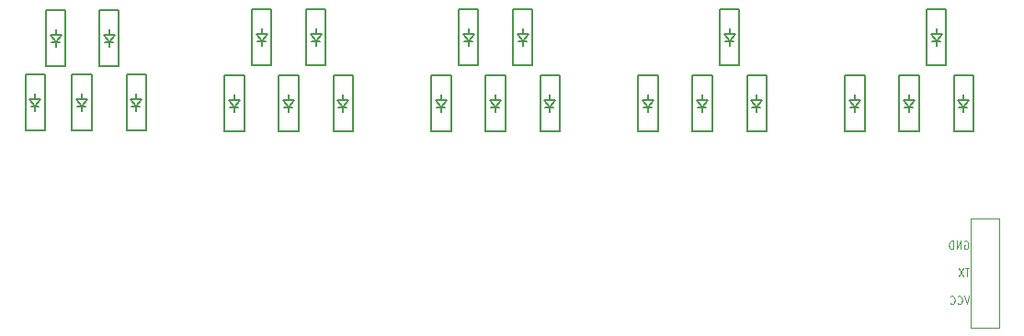
<source format=gbo>
G04 #@! TF.GenerationSoftware,KiCad,Pcbnew,(5.1.2)-2*
G04 #@! TF.CreationDate,2020-05-17T13:13:39+09:00*
G04 #@! TF.ProjectId,_5x4+3______Ver1.03,e6357834-2b33-4adf-9cdc-fcc95f566572,rev?*
G04 #@! TF.SameCoordinates,Original*
G04 #@! TF.FileFunction,Legend,Bot*
G04 #@! TF.FilePolarity,Positive*
%FSLAX46Y46*%
G04 Gerber Fmt 4.6, Leading zero omitted, Abs format (unit mm)*
G04 Created by KiCad (PCBNEW (5.1.2)-2) date 2020-05-17 13:13:39*
%MOMM*%
%LPD*%
G04 APERTURE LIST*
%ADD10C,0.125000*%
%ADD11C,0.200000*%
%ADD12C,0.120000*%
%ADD13C,0.150000*%
%ADD14C,1.900000*%
%ADD15C,2.700000*%
%ADD16C,2.100000*%
%ADD17C,4.200000*%
%ADD18O,1.639000X2.000000*%
%ADD19O,2.500000X1.700000*%
%ADD20C,1.400000*%
%ADD21O,2.000000X1.639000*%
%ADD22R,1.400000X1.400000*%
%ADD23C,1.800000*%
%ADD24C,2.400000*%
%ADD25C,4.300000*%
%ADD26R,1.800000X1.800000*%
%ADD27C,2.000000*%
G04 APERTURE END LIST*
D10*
X91214940Y36070714D02*
X90991607Y35320714D01*
X90768273Y36070714D01*
X90162083Y35392142D02*
X90193988Y35356428D01*
X90289702Y35320714D01*
X90353511Y35320714D01*
X90449226Y35356428D01*
X90513035Y35427857D01*
X90544940Y35499285D01*
X90576845Y35642142D01*
X90576845Y35749285D01*
X90544940Y35892142D01*
X90513035Y35963571D01*
X90449226Y36035000D01*
X90353511Y36070714D01*
X90289702Y36070714D01*
X90193988Y36035000D01*
X90162083Y35999285D01*
X89492083Y35392142D02*
X89523988Y35356428D01*
X89619702Y35320714D01*
X89683511Y35320714D01*
X89779226Y35356428D01*
X89843035Y35427857D01*
X89874940Y35499285D01*
X89906845Y35642142D01*
X89906845Y35749285D01*
X89874940Y35892142D01*
X89843035Y35963571D01*
X89779226Y36035000D01*
X89683511Y36070714D01*
X89619702Y36070714D01*
X89523988Y36035000D01*
X89492083Y35999285D01*
X91214940Y38610714D02*
X90832083Y38610714D01*
X91023511Y37860714D02*
X91023511Y38610714D01*
X90672559Y38610714D02*
X90225892Y37860714D01*
X90225892Y38610714D02*
X90672559Y37860714D01*
X90768273Y41115000D02*
X90832083Y41150714D01*
X90927797Y41150714D01*
X91023511Y41115000D01*
X91087321Y41043571D01*
X91119226Y40972142D01*
X91151130Y40829285D01*
X91151130Y40722142D01*
X91119226Y40579285D01*
X91087321Y40507857D01*
X91023511Y40436428D01*
X90927797Y40400714D01*
X90863988Y40400714D01*
X90768273Y40436428D01*
X90736369Y40472142D01*
X90736369Y40722142D01*
X90863988Y40722142D01*
X90449226Y40400714D02*
X90449226Y41150714D01*
X90066369Y40400714D01*
X90066369Y41150714D01*
X89747321Y40400714D02*
X89747321Y41150714D01*
X89587797Y41150714D01*
X89492083Y41115000D01*
X89428273Y41043571D01*
X89396369Y40972142D01*
X89364464Y40829285D01*
X89364464Y40722142D01*
X89396369Y40579285D01*
X89428273Y40507857D01*
X89492083Y40436428D01*
X89587797Y40400714D01*
X89747321Y40400714D01*
D11*
X15402500Y56550000D02*
X15402500Y51350000D01*
X15402500Y51350000D02*
X13602500Y51350000D01*
X13602500Y56550000D02*
X13602500Y51350000D01*
X15402500Y56550000D02*
X13602500Y56550000D01*
X14502500Y53550000D02*
X15002500Y54250000D01*
X15002500Y54250000D02*
X14002500Y54250000D01*
X14002500Y54250000D02*
X14502500Y53550000D01*
X14852500Y53550000D02*
X14102500Y53550000D01*
X14502500Y53650000D02*
X14502500Y53150000D01*
X14502500Y54250000D02*
X14502500Y54750000D01*
X12902500Y62450000D02*
X12902500Y57250000D01*
X12902500Y57250000D02*
X11102500Y57250000D01*
X11102500Y62450000D02*
X11102500Y57250000D01*
X12902500Y62450000D02*
X11102500Y62450000D01*
X12002500Y59450000D02*
X12502500Y60150000D01*
X12502500Y60150000D02*
X11502500Y60150000D01*
X11502500Y60150000D02*
X12002500Y59450000D01*
X12352500Y59450000D02*
X11602500Y59450000D01*
X12002500Y59550000D02*
X12002500Y59050000D01*
X12002500Y60150000D02*
X12002500Y60650000D01*
X8002500Y62450000D02*
X8002500Y57250000D01*
X8002500Y57250000D02*
X6202500Y57250000D01*
X6202500Y62450000D02*
X6202500Y57250000D01*
X8002500Y62450000D02*
X6202500Y62450000D01*
X7102500Y59450000D02*
X7602500Y60150000D01*
X7602500Y60150000D02*
X6602500Y60150000D01*
X6602500Y60150000D02*
X7102500Y59450000D01*
X7452500Y59450000D02*
X6702500Y59450000D01*
X7102500Y59550000D02*
X7102500Y59050000D01*
X7102500Y60150000D02*
X7102500Y60650000D01*
X10402500Y56550000D02*
X10402500Y51350000D01*
X10402500Y51350000D02*
X8602500Y51350000D01*
X8602500Y56550000D02*
X8602500Y51350000D01*
X10402500Y56550000D02*
X8602500Y56550000D01*
X9502500Y53550000D02*
X10002500Y54250000D01*
X10002500Y54250000D02*
X9002500Y54250000D01*
X9002500Y54250000D02*
X9502500Y53550000D01*
X9852500Y53550000D02*
X9102500Y53550000D01*
X9502500Y53650000D02*
X9502500Y53150000D01*
X9502500Y54250000D02*
X9502500Y54750000D01*
X6102500Y56550000D02*
X6102500Y51350000D01*
X6102500Y51350000D02*
X4302500Y51350000D01*
X4302500Y56550000D02*
X4302500Y51350000D01*
X6102500Y56550000D02*
X4302500Y56550000D01*
X5202500Y53550000D02*
X5702500Y54250000D01*
X5702500Y54250000D02*
X4702500Y54250000D01*
X4702500Y54250000D02*
X5202500Y53550000D01*
X5552500Y53550000D02*
X4802500Y53550000D01*
X5202500Y53650000D02*
X5202500Y53150000D01*
X5202500Y54250000D02*
X5202500Y54750000D01*
X31952500Y62550000D02*
X31952500Y57350000D01*
X31952500Y57350000D02*
X30152500Y57350000D01*
X30152500Y62550000D02*
X30152500Y57350000D01*
X31952500Y62550000D02*
X30152500Y62550000D01*
X31052500Y59550000D02*
X31552500Y60250000D01*
X31552500Y60250000D02*
X30552500Y60250000D01*
X30552500Y60250000D02*
X31052500Y59550000D01*
X31402500Y59550000D02*
X30652500Y59550000D01*
X31052500Y59650000D02*
X31052500Y59150000D01*
X31052500Y60250000D02*
X31052500Y60750000D01*
X26952500Y62550000D02*
X26952500Y57350000D01*
X26952500Y57350000D02*
X25152500Y57350000D01*
X25152500Y62550000D02*
X25152500Y57350000D01*
X26952500Y62550000D02*
X25152500Y62550000D01*
X26052500Y59550000D02*
X26552500Y60250000D01*
X26552500Y60250000D02*
X25552500Y60250000D01*
X25552500Y60250000D02*
X26052500Y59550000D01*
X26402500Y59550000D02*
X25652500Y59550000D01*
X26052500Y59650000D02*
X26052500Y59150000D01*
X26052500Y60250000D02*
X26052500Y60750000D01*
X34452500Y56450000D02*
X34452500Y51250000D01*
X34452500Y51250000D02*
X32652500Y51250000D01*
X32652500Y56450000D02*
X32652500Y51250000D01*
X34452500Y56450000D02*
X32652500Y56450000D01*
X33552500Y53450000D02*
X34052500Y54150000D01*
X34052500Y54150000D02*
X33052500Y54150000D01*
X33052500Y54150000D02*
X33552500Y53450000D01*
X33902500Y53450000D02*
X33152500Y53450000D01*
X33552500Y53550000D02*
X33552500Y53050000D01*
X33552500Y54150000D02*
X33552500Y54650000D01*
X29452500Y56450000D02*
X29452500Y51250000D01*
X29452500Y51250000D02*
X27652500Y51250000D01*
X27652500Y56450000D02*
X27652500Y51250000D01*
X29452500Y56450000D02*
X27652500Y56450000D01*
X28552500Y53450000D02*
X29052500Y54150000D01*
X29052500Y54150000D02*
X28052500Y54150000D01*
X28052500Y54150000D02*
X28552500Y53450000D01*
X28902500Y53450000D02*
X28152500Y53450000D01*
X28552500Y53550000D02*
X28552500Y53050000D01*
X28552500Y54150000D02*
X28552500Y54650000D01*
X24452500Y56450000D02*
X24452500Y51250000D01*
X24452500Y51250000D02*
X22652500Y51250000D01*
X22652500Y56450000D02*
X22652500Y51250000D01*
X24452500Y56450000D02*
X22652500Y56450000D01*
X23552500Y53450000D02*
X24052500Y54150000D01*
X24052500Y54150000D02*
X23052500Y54150000D01*
X23052500Y54150000D02*
X23552500Y53450000D01*
X23902500Y53450000D02*
X23152500Y53450000D01*
X23552500Y53550000D02*
X23552500Y53050000D01*
X23552500Y54150000D02*
X23552500Y54650000D01*
X51002500Y62550000D02*
X51002500Y57350000D01*
X51002500Y57350000D02*
X49202500Y57350000D01*
X49202500Y62550000D02*
X49202500Y57350000D01*
X51002500Y62550000D02*
X49202500Y62550000D01*
X50102500Y59550000D02*
X50602500Y60250000D01*
X50602500Y60250000D02*
X49602500Y60250000D01*
X49602500Y60250000D02*
X50102500Y59550000D01*
X50452500Y59550000D02*
X49702500Y59550000D01*
X50102500Y59650000D02*
X50102500Y59150000D01*
X50102500Y60250000D02*
X50102500Y60750000D01*
X46002500Y62550000D02*
X46002500Y57350000D01*
X46002500Y57350000D02*
X44202500Y57350000D01*
X44202500Y62550000D02*
X44202500Y57350000D01*
X46002500Y62550000D02*
X44202500Y62550000D01*
X45102500Y59550000D02*
X45602500Y60250000D01*
X45602500Y60250000D02*
X44602500Y60250000D01*
X44602500Y60250000D02*
X45102500Y59550000D01*
X45452500Y59550000D02*
X44702500Y59550000D01*
X45102500Y59650000D02*
X45102500Y59150000D01*
X45102500Y60250000D02*
X45102500Y60750000D01*
X53502500Y56450000D02*
X53502500Y51250000D01*
X53502500Y51250000D02*
X51702500Y51250000D01*
X51702500Y56450000D02*
X51702500Y51250000D01*
X53502500Y56450000D02*
X51702500Y56450000D01*
X52602500Y53450000D02*
X53102500Y54150000D01*
X53102500Y54150000D02*
X52102500Y54150000D01*
X52102500Y54150000D02*
X52602500Y53450000D01*
X52952500Y53450000D02*
X52202500Y53450000D01*
X52602500Y53550000D02*
X52602500Y53050000D01*
X52602500Y54150000D02*
X52602500Y54650000D01*
X48502500Y56450000D02*
X48502500Y51250000D01*
X48502500Y51250000D02*
X46702500Y51250000D01*
X46702500Y56450000D02*
X46702500Y51250000D01*
X48502500Y56450000D02*
X46702500Y56450000D01*
X47602500Y53450000D02*
X48102500Y54150000D01*
X48102500Y54150000D02*
X47102500Y54150000D01*
X47102500Y54150000D02*
X47602500Y53450000D01*
X47952500Y53450000D02*
X47202500Y53450000D01*
X47602500Y53550000D02*
X47602500Y53050000D01*
X47602500Y54150000D02*
X47602500Y54650000D01*
X43502500Y56450000D02*
X43502500Y51250000D01*
X43502500Y51250000D02*
X41702500Y51250000D01*
X41702500Y56450000D02*
X41702500Y51250000D01*
X43502500Y56450000D02*
X41702500Y56450000D01*
X42602500Y53450000D02*
X43102500Y54150000D01*
X43102500Y54150000D02*
X42102500Y54150000D01*
X42102500Y54150000D02*
X42602500Y53450000D01*
X42952500Y53450000D02*
X42202500Y53450000D01*
X42602500Y53550000D02*
X42602500Y53050000D01*
X42602500Y54150000D02*
X42602500Y54650000D01*
X70052500Y62550000D02*
X70052500Y57350000D01*
X70052500Y57350000D02*
X68252500Y57350000D01*
X68252500Y62550000D02*
X68252500Y57350000D01*
X70052500Y62550000D02*
X68252500Y62550000D01*
X69152500Y59550000D02*
X69652500Y60250000D01*
X69652500Y60250000D02*
X68652500Y60250000D01*
X68652500Y60250000D02*
X69152500Y59550000D01*
X69502500Y59550000D02*
X68752500Y59550000D01*
X69152500Y59650000D02*
X69152500Y59150000D01*
X69152500Y60250000D02*
X69152500Y60750000D01*
X72552500Y56450000D02*
X72552500Y51250000D01*
X72552500Y51250000D02*
X70752500Y51250000D01*
X70752500Y56450000D02*
X70752500Y51250000D01*
X72552500Y56450000D02*
X70752500Y56450000D01*
X71652500Y53450000D02*
X72152500Y54150000D01*
X72152500Y54150000D02*
X71152500Y54150000D01*
X71152500Y54150000D02*
X71652500Y53450000D01*
X72002500Y53450000D02*
X71252500Y53450000D01*
X71652500Y53550000D02*
X71652500Y53050000D01*
X71652500Y54150000D02*
X71652500Y54650000D01*
X67552500Y56450000D02*
X67552500Y51250000D01*
X67552500Y51250000D02*
X65752500Y51250000D01*
X65752500Y56450000D02*
X65752500Y51250000D01*
X67552500Y56450000D02*
X65752500Y56450000D01*
X66652500Y53450000D02*
X67152500Y54150000D01*
X67152500Y54150000D02*
X66152500Y54150000D01*
X66152500Y54150000D02*
X66652500Y53450000D01*
X67002500Y53450000D02*
X66252500Y53450000D01*
X66652500Y53550000D02*
X66652500Y53050000D01*
X66652500Y54150000D02*
X66652500Y54650000D01*
X62552500Y56450000D02*
X62552500Y51250000D01*
X62552500Y51250000D02*
X60752500Y51250000D01*
X60752500Y56450000D02*
X60752500Y51250000D01*
X62552500Y56450000D02*
X60752500Y56450000D01*
X61652500Y53450000D02*
X62152500Y54150000D01*
X62152500Y54150000D02*
X61152500Y54150000D01*
X61152500Y54150000D02*
X61652500Y53450000D01*
X62002500Y53450000D02*
X61252500Y53450000D01*
X61652500Y53550000D02*
X61652500Y53050000D01*
X61652500Y54150000D02*
X61652500Y54650000D01*
X89102500Y62550000D02*
X89102500Y57350000D01*
X89102500Y57350000D02*
X87302500Y57350000D01*
X87302500Y62550000D02*
X87302500Y57350000D01*
X89102500Y62550000D02*
X87302500Y62550000D01*
X88202500Y59550000D02*
X88702500Y60250000D01*
X88702500Y60250000D02*
X87702500Y60250000D01*
X87702500Y60250000D02*
X88202500Y59550000D01*
X88552500Y59550000D02*
X87802500Y59550000D01*
X88202500Y59650000D02*
X88202500Y59150000D01*
X88202500Y60250000D02*
X88202500Y60750000D01*
X91602500Y56450000D02*
X91602500Y51250000D01*
X91602500Y51250000D02*
X89802500Y51250000D01*
X89802500Y56450000D02*
X89802500Y51250000D01*
X91602500Y56450000D02*
X89802500Y56450000D01*
X90702500Y53450000D02*
X91202500Y54150000D01*
X91202500Y54150000D02*
X90202500Y54150000D01*
X90202500Y54150000D02*
X90702500Y53450000D01*
X91052500Y53450000D02*
X90302500Y53450000D01*
X90702500Y53550000D02*
X90702500Y53050000D01*
X90702500Y54150000D02*
X90702500Y54650000D01*
X86602500Y56450000D02*
X86602500Y51250000D01*
X86602500Y51250000D02*
X84802500Y51250000D01*
X84802500Y56450000D02*
X84802500Y51250000D01*
X86602500Y56450000D02*
X84802500Y56450000D01*
X85702500Y53450000D02*
X86202500Y54150000D01*
X86202500Y54150000D02*
X85202500Y54150000D01*
X85202500Y54150000D02*
X85702500Y53450000D01*
X86052500Y53450000D02*
X85302500Y53450000D01*
X85702500Y53550000D02*
X85702500Y53050000D01*
X85702500Y54150000D02*
X85702500Y54650000D01*
X81602500Y56450000D02*
X81602500Y51250000D01*
X81602500Y51250000D02*
X79802500Y51250000D01*
X79802500Y56450000D02*
X79802500Y51250000D01*
X81602500Y56450000D02*
X79802500Y56450000D01*
X80702500Y53450000D02*
X81202500Y54150000D01*
X81202500Y54150000D02*
X80202500Y54150000D01*
X80202500Y54150000D02*
X80702500Y53450000D01*
X81052500Y53450000D02*
X80302500Y53450000D01*
X80702500Y53550000D02*
X80702500Y53050000D01*
X80702500Y54150000D02*
X80702500Y54650000D01*
D12*
X93960000Y33180000D02*
X91360000Y33180000D01*
X93960000Y43220000D02*
X93960000Y33180000D01*
X91360000Y43220000D02*
X93960000Y43220000D01*
X91360000Y33180000D02*
X91360000Y43220000D01*
D13*
%LPC*%
D14*
X14580000Y45600000D03*
X4420000Y45600000D03*
D15*
X5690000Y48140000D03*
X12040000Y50680000D03*
D16*
X15000000Y45600000D03*
X4000000Y45600000D03*
D17*
X9500000Y45600000D03*
D14*
X71730000Y64650000D03*
X61570000Y64650000D03*
D15*
X62840000Y67190000D03*
X69190000Y69730000D03*
D16*
X72150000Y64650000D03*
X61150000Y64650000D03*
D17*
X66650000Y64650000D03*
D14*
X52680000Y64650000D03*
X42520000Y64650000D03*
D15*
X43790000Y67190000D03*
X50140000Y69730000D03*
D16*
X53100000Y64650000D03*
X42100000Y64650000D03*
D17*
X47600000Y64650000D03*
D14*
X33630000Y64650000D03*
X23470000Y64650000D03*
D15*
X24740000Y67190000D03*
X31090000Y69730000D03*
D16*
X34050000Y64650000D03*
X23050000Y64650000D03*
D17*
X28550000Y64650000D03*
D14*
X14580000Y64650000D03*
X4420000Y64650000D03*
D15*
X5690000Y67190000D03*
X12040000Y69730000D03*
D16*
X15000000Y64650000D03*
X4000000Y64650000D03*
D17*
X9500000Y64650000D03*
D14*
X14580000Y83700000D03*
X4420000Y83700000D03*
D15*
X5690000Y86240000D03*
X12040000Y88780000D03*
D16*
X15000000Y83700000D03*
X4000000Y83700000D03*
D17*
X9500000Y83700000D03*
D14*
X14580000Y26550000D03*
X4420000Y26550000D03*
D15*
X5690000Y29090000D03*
X12040000Y31630000D03*
D16*
X15000000Y26550000D03*
X4000000Y26550000D03*
D17*
X9500000Y26550000D03*
D14*
X14580000Y7500000D03*
X4420000Y7500000D03*
D15*
X5690000Y10040000D03*
X12040000Y12580000D03*
D16*
X15000000Y7500000D03*
X4000000Y7500000D03*
D17*
X9500000Y7500000D03*
D14*
X33630000Y83700000D03*
X23470000Y83700000D03*
D15*
X24740000Y86240000D03*
X31090000Y88780000D03*
D16*
X34050000Y83700000D03*
X23050000Y83700000D03*
D17*
X28550000Y83700000D03*
D14*
X33630000Y45600000D03*
X23470000Y45600000D03*
D15*
X24740000Y48140000D03*
X31090000Y50680000D03*
D16*
X34050000Y45600000D03*
X23050000Y45600000D03*
D17*
X28550000Y45600000D03*
D14*
X33630000Y26550000D03*
X23470000Y26550000D03*
D15*
X24740000Y29090000D03*
X31090000Y31630000D03*
D16*
X34050000Y26550000D03*
X23050000Y26550000D03*
D17*
X28550000Y26550000D03*
D14*
X33630000Y7500000D03*
X23470000Y7500000D03*
D15*
X24740000Y10040000D03*
X31090000Y12580000D03*
D16*
X34050000Y7500000D03*
X23050000Y7500000D03*
D17*
X28550000Y7500000D03*
D14*
X52680000Y83700000D03*
X42520000Y83700000D03*
D15*
X43790000Y86240000D03*
X50140000Y88780000D03*
D16*
X53100000Y83700000D03*
X42100000Y83700000D03*
D17*
X47600000Y83700000D03*
D14*
X52680000Y45600000D03*
X42520000Y45600000D03*
D15*
X43790000Y48140000D03*
X50140000Y50680000D03*
D16*
X53100000Y45600000D03*
X42100000Y45600000D03*
D17*
X47600000Y45600000D03*
D14*
X52680000Y26550000D03*
X42520000Y26550000D03*
D15*
X43790000Y29090000D03*
X50140000Y31630000D03*
D16*
X53100000Y26550000D03*
X42100000Y26550000D03*
D17*
X47600000Y26550000D03*
D14*
X52680000Y7500000D03*
X42520000Y7500000D03*
D15*
X43790000Y10040000D03*
X50140000Y12580000D03*
D16*
X53100000Y7500000D03*
X42100000Y7500000D03*
D17*
X47600000Y7500000D03*
D14*
X71730000Y45600000D03*
X61570000Y45600000D03*
D15*
X62840000Y48140000D03*
X69190000Y50680000D03*
D16*
X72150000Y45600000D03*
X61150000Y45600000D03*
D17*
X66650000Y45600000D03*
D14*
X71730000Y26550000D03*
X61570000Y26550000D03*
D15*
X62840000Y29090000D03*
X69190000Y31630000D03*
D16*
X72150000Y26550000D03*
X61150000Y26550000D03*
D17*
X66650000Y26550000D03*
D14*
X71730000Y7500000D03*
X61570000Y7500000D03*
D15*
X62840000Y10040000D03*
X69190000Y12580000D03*
D16*
X72150000Y7500000D03*
X61150000Y7500000D03*
D17*
X66650000Y7500000D03*
D14*
X90780000Y64650000D03*
X80620000Y64650000D03*
D15*
X81890000Y67190000D03*
X88240000Y69730000D03*
D16*
X91200000Y64650000D03*
X80200000Y64650000D03*
D17*
X85700000Y64650000D03*
D14*
X90780000Y45600000D03*
X80620000Y45600000D03*
D15*
X81890000Y48140000D03*
X88240000Y50680000D03*
D16*
X91200000Y45600000D03*
X80200000Y45600000D03*
D17*
X85700000Y45600000D03*
D14*
X90780000Y26550000D03*
X80620000Y26550000D03*
D15*
X81890000Y29090000D03*
X88240000Y31630000D03*
D16*
X91200000Y26550000D03*
X80200000Y26550000D03*
D17*
X85700000Y26550000D03*
D14*
X90780000Y7500000D03*
X80620000Y7500000D03*
D15*
X81890000Y10040000D03*
X88240000Y12580000D03*
D16*
X91200000Y7500000D03*
X80200000Y7500000D03*
D17*
X85700000Y7500000D03*
D16*
X1270000Y73540000D03*
X1270000Y71000000D03*
X1270000Y68460000D03*
X1270000Y65920000D03*
X1270000Y63380000D03*
X1270000Y60840000D03*
X1270000Y58300000D03*
X1270000Y55760000D03*
D18*
X61960000Y90850000D03*
X64500000Y90850000D03*
X67040000Y90850000D03*
X69580000Y90850000D03*
X72120000Y90850000D03*
X74660000Y90850000D03*
X77200000Y90850000D03*
X79740000Y90850000D03*
X82280000Y90850000D03*
X84820000Y90850000D03*
X87360000Y90850000D03*
X61960000Y75630000D03*
X64500000Y75630000D03*
X67040000Y75630000D03*
X69580000Y75630000D03*
X72120000Y75630000D03*
X74660000Y75630000D03*
X77200000Y75630000D03*
X79740000Y75630000D03*
X82280000Y75630000D03*
X84820000Y75630000D03*
X87360000Y75630000D03*
X89900000Y75630000D03*
X89900000Y90850000D03*
D19*
X82100000Y84550000D03*
X83600000Y80350000D03*
X87600000Y80350000D03*
X90600000Y80350000D03*
D20*
X85400000Y82450000D03*
X92400000Y82450000D03*
D21*
X59000000Y79400000D03*
X59000000Y81940000D03*
X59000000Y84480000D03*
X59000000Y87020000D03*
D22*
X14502500Y52175000D03*
X14502500Y55725000D03*
X12002500Y58075000D03*
X12002500Y61625000D03*
X7102500Y58075000D03*
X7102500Y61625000D03*
X9502500Y52175000D03*
X9502500Y55725000D03*
X5202500Y52175000D03*
X5202500Y55725000D03*
X31052500Y58175000D03*
X31052500Y61725000D03*
X26052500Y58175000D03*
X26052500Y61725000D03*
X33552500Y52075000D03*
X33552500Y55625000D03*
X28552500Y52075000D03*
X28552500Y55625000D03*
X23552500Y52075000D03*
X23552500Y55625000D03*
X50102500Y58175000D03*
X50102500Y61725000D03*
X45102500Y58175000D03*
X45102500Y61725000D03*
X52602500Y52075000D03*
X52602500Y55625000D03*
X47602500Y52075000D03*
X47602500Y55625000D03*
X42602500Y52075000D03*
X42602500Y55625000D03*
X69152500Y58175000D03*
X69152500Y61725000D03*
X71652500Y52075000D03*
X71652500Y55625000D03*
X66652500Y52075000D03*
X66652500Y55625000D03*
X61652500Y52075000D03*
X61652500Y55625000D03*
X88202500Y58175000D03*
X88202500Y61725000D03*
X90702500Y52075000D03*
X90702500Y55625000D03*
X85702500Y52075000D03*
X85702500Y55625000D03*
X80702500Y52075000D03*
X80702500Y55625000D03*
D23*
X76430000Y84150000D03*
X76430000Y81610000D03*
X76430000Y79070000D03*
X78970000Y81610000D03*
X78970000Y84150000D03*
X78970000Y86690000D03*
D24*
X58950000Y75870000D03*
X93650000Y87500000D03*
X87150000Y87500000D03*
D25*
X38100000Y74200000D03*
X19050000Y74200000D03*
X76200000Y55150000D03*
X57150000Y55150000D03*
X38100000Y55150000D03*
X19050000Y55150000D03*
X76200000Y36100000D03*
X57150000Y36100000D03*
X38100000Y36100000D03*
X19050000Y36100000D03*
X76200000Y17050000D03*
X57150000Y17050000D03*
X38100000Y17050000D03*
X19050000Y17050000D03*
D26*
X92660000Y40740000D03*
X92660000Y35660000D03*
X92660000Y38200000D03*
D27*
X73800000Y86040000D03*
X73800000Y78420000D03*
X71300000Y85940000D03*
X71300000Y78320000D03*
D23*
X50790000Y75380000D03*
X48250000Y75380000D03*
X45710000Y75380000D03*
X43170000Y75380000D03*
M02*

</source>
